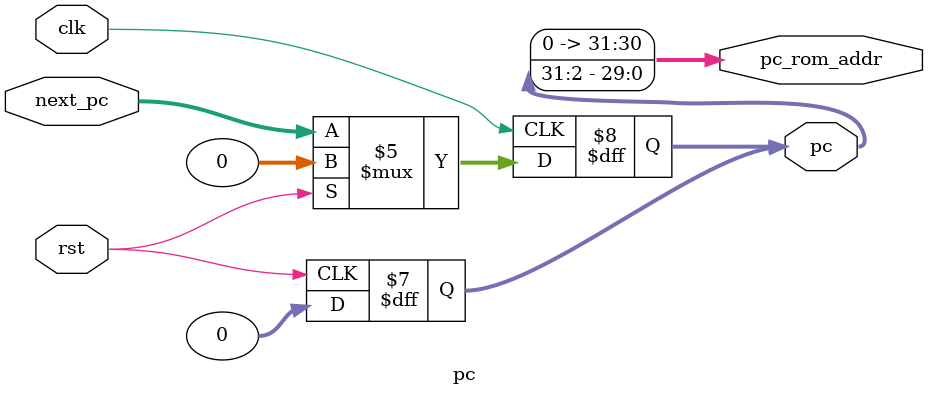
<source format=v>
module pc(
    input rst, clk,
    input [31: 0] next_pc,

    output reg [31: 0] pc,
    output [31: 0] pc_rom_addr
);

always @(posedge clk) begin
    if(rst) pc = 32'd0; 
    // 这里是rom\ram分离的,所以复位直接到第一条指令,或者说,rom的第一地址
    // 如果没有分数据和指令存储器,那么pc将复位到数据区域.
    else pc <= next_pc;
end

always @(posedge rst) begin
    pc = 0;
end

assign pc_rom_addr = pc>>2;

endmodule
</source>
